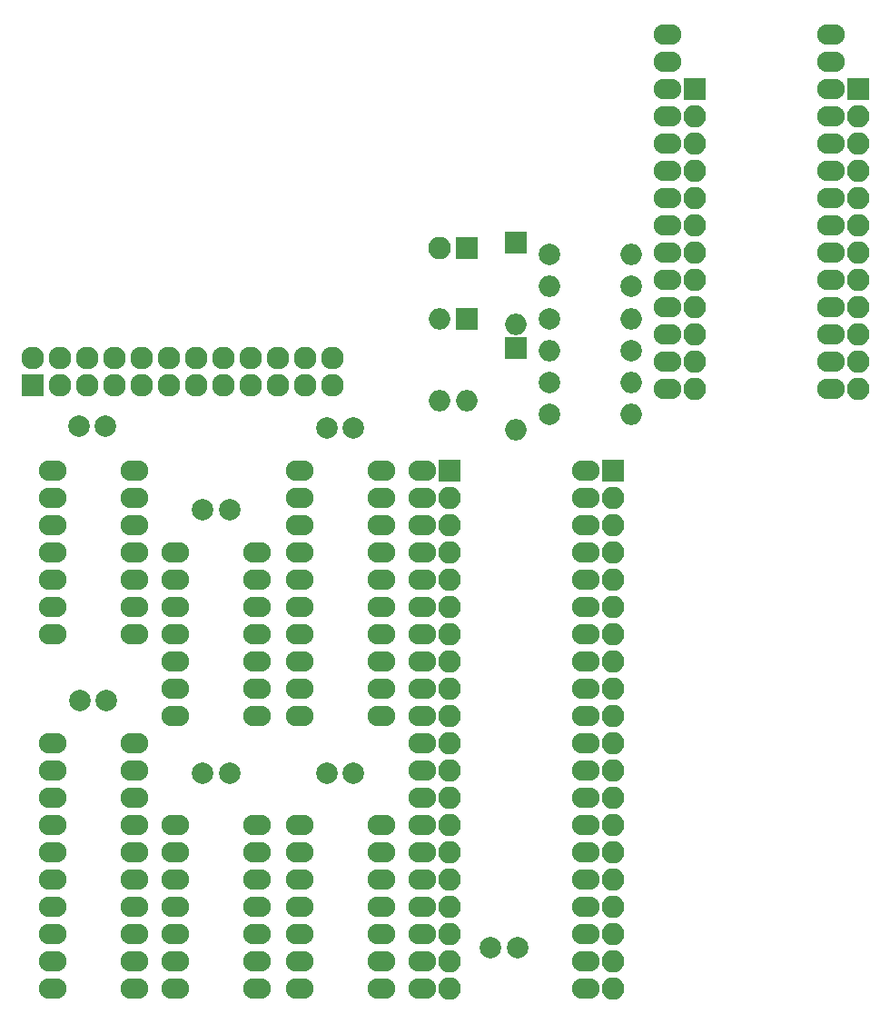
<source format=gbs>
G04 #@! TF.GenerationSoftware,KiCad,Pcbnew,(5.1.2-1)-1*
G04 #@! TF.CreationDate,2019-05-24T14:25:54+02:00*
G04 #@! TF.ProjectId,TriMod CBM Adapter (Standard Version),5472694d-6f64-4204-9342-4d2041646170,1.1*
G04 #@! TF.SameCoordinates,Original*
G04 #@! TF.FileFunction,Soldermask,Bot*
G04 #@! TF.FilePolarity,Negative*
%FSLAX46Y46*%
G04 Gerber Fmt 4.6, Leading zero omitted, Abs format (unit mm)*
G04 Created by KiCad (PCBNEW (5.1.2-1)-1) date 2019-05-24 14:25:54*
%MOMM*%
%LPD*%
G04 APERTURE LIST*
%ADD10C,2.127200*%
%ADD11O,2.127200X2.127200*%
%ADD12R,2.127200X2.127200*%
%ADD13C,2.000000*%
%ADD14O,2.000000X2.000000*%
%ADD15R,2.000000X2.000000*%
%ADD16R,2.100000X2.100000*%
%ADD17O,2.100000X2.100000*%
%ADD18O,2.600000X1.900000*%
G04 APERTURE END LIST*
D10*
X98310700Y-72110600D03*
D11*
X95770700Y-72110600D03*
X93230700Y-72110600D03*
X90690700Y-72110600D03*
X88150700Y-72110600D03*
X85610700Y-72110600D03*
X83070700Y-72110600D03*
X80530700Y-72110600D03*
X77990700Y-72110600D03*
X75450700Y-72110600D03*
X72910700Y-72110600D03*
X70370700Y-72110600D03*
X98310700Y-74650600D03*
X95770700Y-74650600D03*
X93230700Y-74650600D03*
X90690700Y-74650600D03*
X88150700Y-74650600D03*
X85610700Y-74650600D03*
X83070700Y-74650600D03*
X80530700Y-74650600D03*
X77990700Y-74650600D03*
X75450700Y-74650600D03*
X72910700Y-74650600D03*
D12*
X70370700Y-74650600D03*
D13*
X86233000Y-86169500D03*
X88733000Y-86169500D03*
X100290000Y-110744000D03*
X97790000Y-110744000D03*
X86233000Y-110744000D03*
X88733000Y-110744000D03*
X77176000Y-78422500D03*
X74676000Y-78422500D03*
X115570000Y-127000000D03*
X113070000Y-127000000D03*
X100290000Y-78549500D03*
X97790000Y-78549500D03*
X74739500Y-103950000D03*
X77239500Y-103950000D03*
D14*
X115443000Y-68961000D03*
D15*
X115443000Y-61341000D03*
X115443000Y-71120000D03*
D14*
X115443000Y-78740000D03*
D16*
X109220000Y-82550000D03*
D17*
X109220000Y-85090000D03*
X109220000Y-87630000D03*
X109220000Y-90170000D03*
X109220000Y-92710000D03*
X109220000Y-95250000D03*
X109220000Y-97790000D03*
X109220000Y-100330000D03*
X109220000Y-102870000D03*
X109220000Y-105410000D03*
X109220000Y-107950000D03*
X109220000Y-110490000D03*
X109220000Y-113030000D03*
X109220000Y-115570000D03*
X109220000Y-118110000D03*
X109220000Y-120650000D03*
X109220000Y-123190000D03*
X109220000Y-125730000D03*
X109220000Y-128270000D03*
X109220000Y-130810000D03*
D16*
X110808000Y-61849000D03*
D17*
X108268000Y-61849000D03*
D13*
X118554000Y-74358500D03*
D14*
X126174000Y-74358500D03*
D13*
X126174000Y-65405000D03*
D14*
X118554000Y-65405000D03*
X126174000Y-68389500D03*
D13*
X118554000Y-68389500D03*
D14*
X126174000Y-77343000D03*
D13*
X118554000Y-77343000D03*
X118554000Y-62420500D03*
D14*
X126174000Y-62420500D03*
D15*
X110808000Y-68389500D03*
D14*
X108268000Y-76009500D03*
X108268000Y-68389500D03*
X110808000Y-76009500D03*
D18*
X91313000Y-90170000D03*
X91313000Y-92710000D03*
X91313000Y-95250000D03*
X91313000Y-97790000D03*
X91313000Y-100330000D03*
X91313000Y-102870000D03*
X91313000Y-105410000D03*
X83693000Y-105410000D03*
X83693000Y-102870000D03*
X83693000Y-100330000D03*
X83693000Y-97790000D03*
X83693000Y-95250000D03*
X83693000Y-92710000D03*
X83693000Y-90170000D03*
X95250000Y-115570000D03*
X95250000Y-118110000D03*
X95250000Y-120650000D03*
X95250000Y-123190000D03*
X95250000Y-125730000D03*
X95250000Y-128270000D03*
X95250000Y-130810000D03*
X102870000Y-130810000D03*
X102870000Y-128270000D03*
X102870000Y-125730000D03*
X102870000Y-123190000D03*
X102870000Y-120650000D03*
X102870000Y-118110000D03*
X102870000Y-115570000D03*
X91313000Y-115570000D03*
X91313000Y-118110000D03*
X91313000Y-120650000D03*
X91313000Y-123190000D03*
X91313000Y-125730000D03*
X91313000Y-128270000D03*
X91313000Y-130810000D03*
X83693000Y-130810000D03*
X83693000Y-128270000D03*
X83693000Y-125730000D03*
X83693000Y-123190000D03*
X83693000Y-120650000D03*
X83693000Y-118110000D03*
X83693000Y-115570000D03*
X72199500Y-82550000D03*
X72199500Y-85090000D03*
X72199500Y-87630000D03*
X72199500Y-90170000D03*
X72199500Y-92710000D03*
X72199500Y-95250000D03*
X72199500Y-97790000D03*
X79819500Y-97790000D03*
X79819500Y-95250000D03*
X79819500Y-92710000D03*
X79819500Y-90170000D03*
X79819500Y-87630000D03*
X79819500Y-85090000D03*
X79819500Y-82550000D03*
X106680000Y-82550000D03*
X106680000Y-85090000D03*
X106680000Y-87630000D03*
X106680000Y-90170000D03*
X106680000Y-92710000D03*
X106680000Y-95250000D03*
X106680000Y-97790000D03*
X106680000Y-100330000D03*
X106680000Y-102870000D03*
X106680000Y-105410000D03*
X106680000Y-107950000D03*
X106680000Y-110490000D03*
X106680000Y-113030000D03*
X106680000Y-115570000D03*
X106680000Y-118110000D03*
X106680000Y-120650000D03*
X106680000Y-123190000D03*
X106680000Y-125730000D03*
X106680000Y-128270000D03*
X106680000Y-130810000D03*
X121920000Y-130810000D03*
X121920000Y-128270000D03*
X121920000Y-125730000D03*
X121920000Y-123190000D03*
X121920000Y-120650000D03*
X121920000Y-118110000D03*
X121920000Y-115570000D03*
X121920000Y-113030000D03*
X121920000Y-110490000D03*
X121920000Y-107950000D03*
X121920000Y-105410000D03*
X121920000Y-102870000D03*
X121920000Y-100330000D03*
X121920000Y-97790000D03*
X121920000Y-95250000D03*
X121920000Y-92710000D03*
X121920000Y-90170000D03*
X121920000Y-87630000D03*
X121920000Y-85090000D03*
X121920000Y-82550000D03*
X95250000Y-82550000D03*
X95250000Y-85090000D03*
X95250000Y-87630000D03*
X95250000Y-90170000D03*
X95250000Y-92710000D03*
X95250000Y-95250000D03*
X95250000Y-97790000D03*
X95250000Y-100330000D03*
X95250000Y-102870000D03*
X95250000Y-105410000D03*
X102870000Y-105410000D03*
X102870000Y-102870000D03*
X102870000Y-100330000D03*
X102870000Y-97790000D03*
X102870000Y-95250000D03*
X102870000Y-92710000D03*
X102870000Y-90170000D03*
X102870000Y-87630000D03*
X102870000Y-85090000D03*
X102870000Y-82550000D03*
X79819500Y-107950000D03*
X79819500Y-110490000D03*
X79819500Y-113030000D03*
X79819500Y-115570000D03*
X79819500Y-118110000D03*
X79819500Y-120650000D03*
X79819500Y-123190000D03*
X79819500Y-125730000D03*
X79819500Y-128270000D03*
X79819500Y-130810000D03*
X72199500Y-130810000D03*
X72199500Y-128270000D03*
X72199500Y-125730000D03*
X72199500Y-123190000D03*
X72199500Y-120650000D03*
X72199500Y-118110000D03*
X72199500Y-115570000D03*
X72199500Y-113030000D03*
X72199500Y-110490000D03*
X72199500Y-107950000D03*
D16*
X124460000Y-82550000D03*
D17*
X124460000Y-85090000D03*
X124460000Y-87630000D03*
X124460000Y-90170000D03*
X124460000Y-92710000D03*
X124460000Y-95250000D03*
X124460000Y-97790000D03*
X124460000Y-100330000D03*
X124460000Y-102870000D03*
X124460000Y-105410000D03*
X124460000Y-107950000D03*
X124460000Y-110490000D03*
X124460000Y-113030000D03*
X124460000Y-115570000D03*
X124460000Y-118110000D03*
X124460000Y-120650000D03*
X124460000Y-123190000D03*
X124460000Y-125730000D03*
X124460000Y-128270000D03*
X124460000Y-130810000D03*
D16*
X132080000Y-46990000D03*
D17*
X132080000Y-49530000D03*
X132080000Y-52070000D03*
X132080000Y-54610000D03*
X132080000Y-57150000D03*
X132080000Y-59690000D03*
X132080000Y-62230000D03*
X132080000Y-64770000D03*
X132080000Y-67310000D03*
X132080000Y-69850000D03*
X132080000Y-72390000D03*
X132080000Y-74930000D03*
X147320000Y-74930000D03*
X147320000Y-72390000D03*
X147320000Y-69850000D03*
X147320000Y-67310000D03*
X147320000Y-64770000D03*
X147320000Y-62230000D03*
X147320000Y-59690000D03*
X147320000Y-57150000D03*
X147320000Y-54610000D03*
X147320000Y-52070000D03*
X147320000Y-49530000D03*
D16*
X147320000Y-46990000D03*
D18*
X129540000Y-41910000D03*
X129540000Y-44450000D03*
X129540000Y-46990000D03*
X129540000Y-49530000D03*
X129540000Y-52070000D03*
X129540000Y-54610000D03*
X129540000Y-57150000D03*
X129540000Y-59690000D03*
X129540000Y-62230000D03*
X129540000Y-64770000D03*
X129540000Y-67310000D03*
X129540000Y-69850000D03*
X129540000Y-72390000D03*
X129540000Y-74930000D03*
X144780000Y-74930000D03*
X144780000Y-72390000D03*
X144780000Y-69850000D03*
X144780000Y-67310000D03*
X144780000Y-64770000D03*
X144780000Y-62230000D03*
X144780000Y-59690000D03*
X144780000Y-57150000D03*
X144780000Y-54610000D03*
X144780000Y-52070000D03*
X144780000Y-49530000D03*
X144780000Y-46990000D03*
X144780000Y-44450000D03*
X144780000Y-41910000D03*
D13*
X126174000Y-71374000D03*
D14*
X118554000Y-71374000D03*
M02*

</source>
